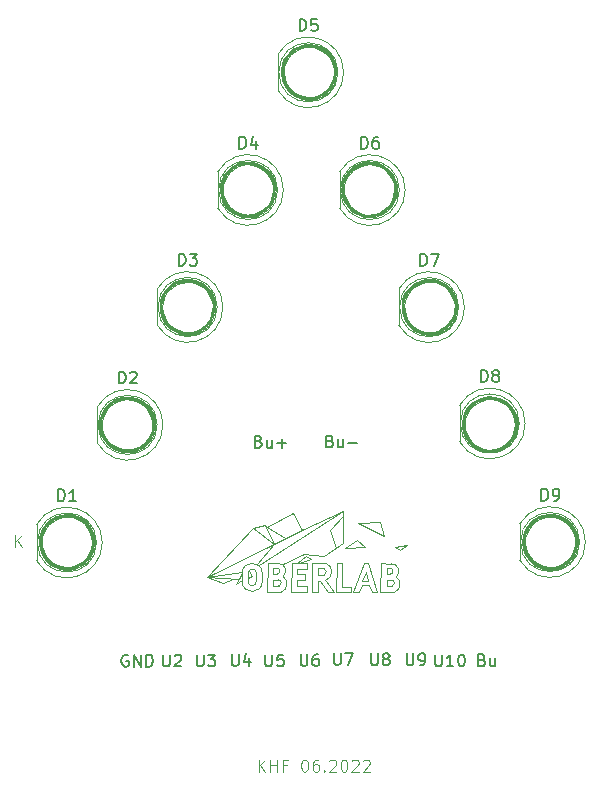
<source format=gbr>
%TF.GenerationSoftware,KiCad,Pcbnew,(5.1.9)-1*%
%TF.CreationDate,2022-06-22T15:09:01+02:00*%
%TF.ProjectId,Wbaum,57626175-6d2e-46b6-9963-61645f706362,rev?*%
%TF.SameCoordinates,Original*%
%TF.FileFunction,Legend,Top*%
%TF.FilePolarity,Positive*%
%FSLAX46Y46*%
G04 Gerber Fmt 4.6, Leading zero omitted, Abs format (unit mm)*
G04 Created by KiCad (PCBNEW (5.1.9)-1) date 2022-06-22 15:09:01*
%MOMM*%
%LPD*%
G01*
G04 APERTURE LIST*
%ADD10C,0.100000*%
%ADD11C,0.120000*%
%ADD12C,0.050000*%
%ADD13C,0.010000*%
%ADD14C,0.150000*%
G04 APERTURE END LIST*
D10*
X141929523Y-127442380D02*
X141929523Y-126442380D01*
X142500952Y-127442380D02*
X142072380Y-126870952D01*
X142500952Y-126442380D02*
X141929523Y-127013809D01*
X142929523Y-127442380D02*
X142929523Y-126442380D01*
X142929523Y-126918571D02*
X143500952Y-126918571D01*
X143500952Y-127442380D02*
X143500952Y-126442380D01*
X144310476Y-126918571D02*
X143977142Y-126918571D01*
X143977142Y-127442380D02*
X143977142Y-126442380D01*
X144453333Y-126442380D01*
X145786666Y-126442380D02*
X145881904Y-126442380D01*
X145977142Y-126490000D01*
X146024761Y-126537619D01*
X146072380Y-126632857D01*
X146120000Y-126823333D01*
X146120000Y-127061428D01*
X146072380Y-127251904D01*
X146024761Y-127347142D01*
X145977142Y-127394761D01*
X145881904Y-127442380D01*
X145786666Y-127442380D01*
X145691428Y-127394761D01*
X145643809Y-127347142D01*
X145596190Y-127251904D01*
X145548571Y-127061428D01*
X145548571Y-126823333D01*
X145596190Y-126632857D01*
X145643809Y-126537619D01*
X145691428Y-126490000D01*
X145786666Y-126442380D01*
X146977142Y-126442380D02*
X146786666Y-126442380D01*
X146691428Y-126490000D01*
X146643809Y-126537619D01*
X146548571Y-126680476D01*
X146500952Y-126870952D01*
X146500952Y-127251904D01*
X146548571Y-127347142D01*
X146596190Y-127394761D01*
X146691428Y-127442380D01*
X146881904Y-127442380D01*
X146977142Y-127394761D01*
X147024761Y-127347142D01*
X147072380Y-127251904D01*
X147072380Y-127013809D01*
X147024761Y-126918571D01*
X146977142Y-126870952D01*
X146881904Y-126823333D01*
X146691428Y-126823333D01*
X146596190Y-126870952D01*
X146548571Y-126918571D01*
X146500952Y-127013809D01*
X147500952Y-127347142D02*
X147548571Y-127394761D01*
X147500952Y-127442380D01*
X147453333Y-127394761D01*
X147500952Y-127347142D01*
X147500952Y-127442380D01*
X147929523Y-126537619D02*
X147977142Y-126490000D01*
X148072380Y-126442380D01*
X148310476Y-126442380D01*
X148405714Y-126490000D01*
X148453333Y-126537619D01*
X148500952Y-126632857D01*
X148500952Y-126728095D01*
X148453333Y-126870952D01*
X147881904Y-127442380D01*
X148500952Y-127442380D01*
X149120000Y-126442380D02*
X149215238Y-126442380D01*
X149310476Y-126490000D01*
X149358095Y-126537619D01*
X149405714Y-126632857D01*
X149453333Y-126823333D01*
X149453333Y-127061428D01*
X149405714Y-127251904D01*
X149358095Y-127347142D01*
X149310476Y-127394761D01*
X149215238Y-127442380D01*
X149120000Y-127442380D01*
X149024761Y-127394761D01*
X148977142Y-127347142D01*
X148929523Y-127251904D01*
X148881904Y-127061428D01*
X148881904Y-126823333D01*
X148929523Y-126632857D01*
X148977142Y-126537619D01*
X149024761Y-126490000D01*
X149120000Y-126442380D01*
X149834285Y-126537619D02*
X149881904Y-126490000D01*
X149977142Y-126442380D01*
X150215238Y-126442380D01*
X150310476Y-126490000D01*
X150358095Y-126537619D01*
X150405714Y-126632857D01*
X150405714Y-126728095D01*
X150358095Y-126870952D01*
X149786666Y-127442380D01*
X150405714Y-127442380D01*
X150786666Y-126537619D02*
X150834285Y-126490000D01*
X150929523Y-126442380D01*
X151167619Y-126442380D01*
X151262857Y-126490000D01*
X151310476Y-126537619D01*
X151358095Y-126632857D01*
X151358095Y-126728095D01*
X151310476Y-126870952D01*
X150739047Y-127442380D01*
X151358095Y-127442380D01*
X121298095Y-108442380D02*
X121298095Y-107442380D01*
X121869523Y-108442380D02*
X121440952Y-107870952D01*
X121869523Y-107442380D02*
X121298095Y-108013809D01*
D11*
%TO.C,G\u002A\u002A\u002A*%
X140540000Y-110650000D02*
G75*
G02*
X142240000Y-110650000I850000J0D01*
G01*
X147598731Y-109794594D02*
G75*
G02*
X147614999Y-111249999I-233731J-730406D01*
G01*
X141740000Y-111350000D02*
G75*
G02*
X141040000Y-111350000I-350000J0D01*
G01*
X153165000Y-109838605D02*
G75*
G02*
X153614999Y-110924999I0J-636395D01*
G01*
X141040000Y-110650000D02*
G75*
G02*
X141740000Y-110650000I350000J0D01*
G01*
X143429366Y-110207464D02*
G75*
G02*
X143490000Y-110700000I60634J-242536D01*
G01*
X144016256Y-110941064D02*
G75*
G02*
X143839999Y-112249999I-426256J-608936D01*
G01*
X153165001Y-111220050D02*
G75*
G02*
X153214999Y-111724999I-1J-254950D01*
G01*
X142240000Y-111350000D02*
G75*
G02*
X140540000Y-111350000I-850000J0D01*
G01*
X147490000Y-110250001D02*
G75*
G02*
X147489999Y-110799999I-125000J-274999D01*
G01*
X143590000Y-109813605D02*
G75*
G02*
X144039999Y-110899999I0J-636395D01*
G01*
X143590001Y-111195050D02*
G75*
G02*
X143639999Y-111699999I-1J-254950D01*
G01*
X153004366Y-110232464D02*
G75*
G02*
X153065000Y-110725000I60634J-242536D01*
G01*
X153591256Y-110966064D02*
G75*
G02*
X153414999Y-112274999I-426256J-608936D01*
G01*
X151940000Y-112275000D02*
X151165000Y-109825000D01*
D12*
X143240000Y-108150000D02*
X141765000Y-109875000D01*
D11*
X149015000Y-111800000D02*
X149765000Y-111800000D01*
X145840000Y-110750000D02*
X145190000Y-110750000D01*
X148540000Y-109800000D02*
X148990000Y-109800000D01*
X140540000Y-111350000D02*
X140540000Y-110650000D01*
X149765000Y-112250000D02*
X148515000Y-112250000D01*
X148515000Y-112250000D02*
X148540000Y-109800000D01*
X143190000Y-110250000D02*
X143190000Y-110700000D01*
X144740000Y-109800000D02*
X144690000Y-112250000D01*
X145190000Y-110750000D02*
X145190000Y-110300000D01*
X144690000Y-112250000D02*
X144790000Y-112250000D01*
X150690000Y-111675000D02*
X151290000Y-111675000D01*
X150440000Y-112275000D02*
X149940000Y-112275000D01*
X148990000Y-109800000D02*
X149015000Y-111800000D01*
X142240000Y-110650000D02*
X142240000Y-111350000D01*
X145840000Y-111200000D02*
X145840000Y-110750000D01*
X151165000Y-109825000D02*
X150840000Y-109825000D01*
X151540000Y-112275000D02*
X151940000Y-112275000D01*
X152765000Y-111725000D02*
X153215000Y-111725000D01*
D12*
X152190000Y-106350000D02*
X150390000Y-106400000D01*
D11*
X146940000Y-112250000D02*
X146940000Y-111300000D01*
D12*
X150965000Y-108450000D02*
X149290000Y-108550000D01*
X145565000Y-107000000D02*
X149040000Y-105375000D01*
X143240000Y-108150000D02*
X137590000Y-111000000D01*
X138915000Y-111475000D02*
X139740000Y-111125000D01*
D11*
X143190000Y-110700000D02*
X143490000Y-110700000D01*
X146040000Y-110300000D02*
X146040000Y-109800000D01*
X143190000Y-110200000D02*
X143440000Y-110200000D01*
D12*
X144815000Y-105575000D02*
X145565000Y-107000000D01*
D11*
X145190000Y-111200000D02*
X145840000Y-111200000D01*
X147090000Y-111300000D02*
X147840000Y-112250000D01*
X150840000Y-109825000D02*
X149940000Y-112275000D01*
X150715000Y-111275000D02*
X151215000Y-111275000D01*
X146490000Y-112250000D02*
X146940000Y-112250000D01*
X146040000Y-109800000D02*
X144740000Y-109800000D01*
X151290000Y-111675000D02*
X151540000Y-112275000D01*
X145190000Y-111750000D02*
X145190000Y-111200000D01*
X148240000Y-112250000D02*
X148340000Y-112250000D01*
D12*
X147940000Y-107000000D02*
X148515000Y-108500000D01*
D11*
X150990000Y-110525000D02*
X150715000Y-111275000D01*
X152265000Y-109825000D02*
X152215000Y-112275000D01*
D12*
X149065000Y-105775000D02*
X147940000Y-107000000D01*
D11*
X145190000Y-110300000D02*
X146040000Y-110300000D01*
X149765000Y-111800000D02*
X149765000Y-112250000D01*
D12*
X152540000Y-107525000D02*
X152190000Y-106350000D01*
D11*
X151215000Y-111275000D02*
X150990000Y-110525000D01*
X152765000Y-110275000D02*
X152765000Y-110725000D01*
D12*
X142515000Y-106575000D02*
X143240000Y-108150000D01*
D11*
X141040000Y-110650000D02*
X141040000Y-111350000D01*
D12*
X141090000Y-110500000D02*
X141415000Y-110900000D01*
D11*
X152765001Y-111220050D02*
X153165001Y-111220050D01*
X153165000Y-109838605D02*
X152265000Y-109825000D01*
X146040000Y-112250000D02*
X146040000Y-111750000D01*
D12*
X141490000Y-106825000D02*
X143240000Y-108150000D01*
D11*
X141740000Y-110650000D02*
X141740000Y-111300000D01*
X143190001Y-111195050D02*
X143590001Y-111195050D01*
X143590000Y-109813605D02*
X142690000Y-109800000D01*
X146990000Y-110800000D02*
X147490000Y-110800000D01*
D12*
X150265000Y-107875000D02*
X150965000Y-108450000D01*
D11*
X146940000Y-111300000D02*
X147090000Y-111300000D01*
X142640000Y-112250000D02*
X143840000Y-112250000D01*
D12*
X153490000Y-108400000D02*
X154490000Y-108250000D01*
X146340000Y-109450000D02*
X145365000Y-109800000D01*
D11*
X144790000Y-112250000D02*
X146040000Y-112250000D01*
X147840000Y-112250000D02*
X148240000Y-112250000D01*
X146040000Y-111750000D02*
X145190000Y-111750000D01*
D12*
X150390000Y-106400000D02*
X152540000Y-107525000D01*
D11*
X152765000Y-111225000D02*
X152765000Y-111725000D01*
D12*
X139990000Y-111525000D02*
X140565000Y-110725000D01*
D11*
X146990000Y-110250000D02*
X146990000Y-110800000D01*
D12*
X141940000Y-109975000D02*
X149040000Y-105375000D01*
X141415000Y-110900000D02*
X141040000Y-111075000D01*
X149040000Y-105375000D02*
X149115000Y-108100000D01*
X149265000Y-108550000D02*
X150265000Y-107875000D01*
X140540000Y-111250000D02*
X139990000Y-111525000D01*
D11*
X152765000Y-110225000D02*
X153015000Y-110225000D01*
X152215000Y-112275000D02*
X153415000Y-112275000D01*
D12*
X145565000Y-107000000D02*
X143240000Y-108150000D01*
D11*
X147598731Y-109794594D02*
X146490000Y-109800000D01*
X152765000Y-110725000D02*
X153065000Y-110725000D01*
X148340000Y-112250000D02*
X147640000Y-111300000D01*
X150440000Y-112275000D02*
X150690000Y-111675000D01*
D12*
X141490000Y-106825000D02*
X142515000Y-106575000D01*
D11*
X142690000Y-109800000D02*
X142640000Y-112250000D01*
D12*
X145940000Y-109175000D02*
X146340000Y-109450000D01*
D11*
X143190000Y-111700000D02*
X143640000Y-111700000D01*
D12*
X137590000Y-111000000D02*
X141490000Y-106825000D01*
X147490000Y-109225000D02*
X145815000Y-109000000D01*
X145165000Y-109775000D02*
X145940000Y-109175000D01*
X140490000Y-110525000D02*
X140265000Y-111150000D01*
X137590000Y-111000000D02*
X138915000Y-111475000D01*
D11*
X146490000Y-109800000D02*
X146490000Y-112250000D01*
X147440000Y-110250000D02*
X146990000Y-110250000D01*
D12*
X137590000Y-111000000D02*
X140490000Y-110525000D01*
X144815000Y-105575000D02*
X142615000Y-106750000D01*
X145815000Y-109000000D02*
X143990000Y-109900000D01*
X140265000Y-111150000D02*
X137590000Y-111000000D01*
X142615000Y-106750000D02*
X144190000Y-107650000D01*
X154490000Y-108250000D02*
X153915000Y-108725000D01*
D11*
X143190000Y-111200000D02*
X143190000Y-111700000D01*
D12*
X153915000Y-108725000D02*
X153490000Y-108400000D01*
X149115000Y-108100000D02*
X147490000Y-109225000D01*
D13*
G36*
X126012239Y-105650268D02*
G01*
X126160333Y-105676067D01*
X126581277Y-105803472D01*
X126955206Y-105993501D01*
X127279544Y-106237672D01*
X127551717Y-106527506D01*
X127769149Y-106854520D01*
X127929265Y-107210234D01*
X128029489Y-107586167D01*
X128067248Y-107973837D01*
X128039965Y-108364764D01*
X127945066Y-108750467D01*
X127779975Y-109122463D01*
X127542117Y-109472273D01*
X127370342Y-109661120D01*
X127034571Y-109948628D01*
X126682813Y-110156128D01*
X126303978Y-110288134D01*
X125886975Y-110349164D01*
X125667389Y-110354548D01*
X125466482Y-110346036D01*
X125269684Y-110326854D01*
X125112961Y-110300751D01*
X125085407Y-110293901D01*
X124676595Y-110140346D01*
X124307213Y-109913678D01*
X124022500Y-109663725D01*
X123741048Y-109321967D01*
X123532719Y-108947723D01*
X123397438Y-108550760D01*
X123335130Y-108140845D01*
X123338558Y-108007144D01*
X123578502Y-108007144D01*
X123619480Y-108421092D01*
X123736532Y-108808957D01*
X123922981Y-109162561D01*
X124172148Y-109473724D01*
X124477356Y-109734270D01*
X124831926Y-109936020D01*
X125229182Y-110070796D01*
X125271333Y-110080347D01*
X125469444Y-110119865D01*
X125622712Y-110138265D01*
X125768012Y-110136578D01*
X125942221Y-110115831D01*
X126033333Y-110101608D01*
X126432550Y-109996309D01*
X126795174Y-109820056D01*
X127114037Y-109581283D01*
X127381976Y-109288425D01*
X127591825Y-108949916D01*
X127736418Y-108574190D01*
X127808590Y-108169680D01*
X127815569Y-108003791D01*
X127783145Y-107595554D01*
X127679758Y-107225309D01*
X127501034Y-106882333D01*
X127242600Y-106555906D01*
X127211338Y-106522859D01*
X126895158Y-106250710D01*
X126546070Y-106051534D01*
X126174220Y-105925399D01*
X125789755Y-105872376D01*
X125402820Y-105892535D01*
X125023563Y-105985945D01*
X124662129Y-106152675D01*
X124328664Y-106392796D01*
X124212433Y-106502246D01*
X123937837Y-106826455D01*
X123743577Y-107166049D01*
X123625501Y-107530881D01*
X123579460Y-107930803D01*
X123578502Y-108007144D01*
X123338558Y-108007144D01*
X123345722Y-107727747D01*
X123429138Y-107321234D01*
X123585306Y-106931072D01*
X123814151Y-106567029D01*
X124048027Y-106302610D01*
X124383211Y-106031204D01*
X124760207Y-105826417D01*
X125166033Y-105692097D01*
X125587704Y-105632097D01*
X126012239Y-105650268D01*
G37*
X126012239Y-105650268D02*
X126160333Y-105676067D01*
X126581277Y-105803472D01*
X126955206Y-105993501D01*
X127279544Y-106237672D01*
X127551717Y-106527506D01*
X127769149Y-106854520D01*
X127929265Y-107210234D01*
X128029489Y-107586167D01*
X128067248Y-107973837D01*
X128039965Y-108364764D01*
X127945066Y-108750467D01*
X127779975Y-109122463D01*
X127542117Y-109472273D01*
X127370342Y-109661120D01*
X127034571Y-109948628D01*
X126682813Y-110156128D01*
X126303978Y-110288134D01*
X125886975Y-110349164D01*
X125667389Y-110354548D01*
X125466482Y-110346036D01*
X125269684Y-110326854D01*
X125112961Y-110300751D01*
X125085407Y-110293901D01*
X124676595Y-110140346D01*
X124307213Y-109913678D01*
X124022500Y-109663725D01*
X123741048Y-109321967D01*
X123532719Y-108947723D01*
X123397438Y-108550760D01*
X123335130Y-108140845D01*
X123338558Y-108007144D01*
X123578502Y-108007144D01*
X123619480Y-108421092D01*
X123736532Y-108808957D01*
X123922981Y-109162561D01*
X124172148Y-109473724D01*
X124477356Y-109734270D01*
X124831926Y-109936020D01*
X125229182Y-110070796D01*
X125271333Y-110080347D01*
X125469444Y-110119865D01*
X125622712Y-110138265D01*
X125768012Y-110136578D01*
X125942221Y-110115831D01*
X126033333Y-110101608D01*
X126432550Y-109996309D01*
X126795174Y-109820056D01*
X127114037Y-109581283D01*
X127381976Y-109288425D01*
X127591825Y-108949916D01*
X127736418Y-108574190D01*
X127808590Y-108169680D01*
X127815569Y-108003791D01*
X127783145Y-107595554D01*
X127679758Y-107225309D01*
X127501034Y-106882333D01*
X127242600Y-106555906D01*
X127211338Y-106522859D01*
X126895158Y-106250710D01*
X126546070Y-106051534D01*
X126174220Y-105925399D01*
X125789755Y-105872376D01*
X125402820Y-105892535D01*
X125023563Y-105985945D01*
X124662129Y-106152675D01*
X124328664Y-106392796D01*
X124212433Y-106502246D01*
X123937837Y-106826455D01*
X123743577Y-107166049D01*
X123625501Y-107530881D01*
X123579460Y-107930803D01*
X123578502Y-108007144D01*
X123338558Y-108007144D01*
X123345722Y-107727747D01*
X123429138Y-107321234D01*
X123585306Y-106931072D01*
X123814151Y-106567029D01*
X124048027Y-106302610D01*
X124383211Y-106031204D01*
X124760207Y-105826417D01*
X125166033Y-105692097D01*
X125587704Y-105632097D01*
X126012239Y-105650268D01*
G36*
X166854900Y-105644153D02*
G01*
X167260936Y-105723931D01*
X167651625Y-105875718D01*
X168017017Y-106099497D01*
X168286379Y-106332287D01*
X168575007Y-106675701D01*
X168785207Y-107050761D01*
X168917505Y-107458755D01*
X168972431Y-107900969D01*
X168974171Y-108008833D01*
X168933808Y-108458752D01*
X168817754Y-108877235D01*
X168629286Y-109258061D01*
X168371680Y-109595009D01*
X168048214Y-109881858D01*
X167952719Y-109948130D01*
X167676457Y-110114519D01*
X167422718Y-110228116D01*
X167161439Y-110298354D01*
X166862558Y-110334664D01*
X166694500Y-110342889D01*
X166399055Y-110344637D01*
X166169700Y-110327658D01*
X166001238Y-110294082D01*
X165586357Y-110136361D01*
X165216452Y-109912446D01*
X164897718Y-109630419D01*
X164636348Y-109298365D01*
X164438538Y-108924368D01*
X164310481Y-108516510D01*
X164263398Y-108124696D01*
X164488403Y-108124696D01*
X164550372Y-108514986D01*
X164685225Y-108886353D01*
X164887094Y-109227912D01*
X165150112Y-109528780D01*
X165468413Y-109778071D01*
X165673388Y-109893437D01*
X166072917Y-110050029D01*
X166466954Y-110123172D01*
X166861395Y-110113314D01*
X167262138Y-110020902D01*
X167278729Y-110015378D01*
X167651308Y-109847768D01*
X167979597Y-109616228D01*
X168257238Y-109330915D01*
X168477875Y-109001990D01*
X168635150Y-108639609D01*
X168722704Y-108253931D01*
X168734180Y-107855116D01*
X168719012Y-107714068D01*
X168622125Y-107316726D01*
X168456464Y-106954978D01*
X168230983Y-106634913D01*
X167954635Y-106362618D01*
X167636375Y-106144183D01*
X167285158Y-105985694D01*
X166909938Y-105893241D01*
X166519668Y-105872910D01*
X166123305Y-105930791D01*
X166103592Y-105935820D01*
X165706504Y-106081212D01*
X165352744Y-106295181D01*
X165049401Y-106569786D01*
X164803565Y-106897084D01*
X164622326Y-107269133D01*
X164512774Y-107677990D01*
X164505186Y-107726366D01*
X164488403Y-108124696D01*
X164263398Y-108124696D01*
X164258372Y-108082877D01*
X164257488Y-108018448D01*
X164289373Y-107574673D01*
X164388274Y-107176872D01*
X164558699Y-106813912D01*
X164805156Y-106474658D01*
X164942753Y-106326070D01*
X165276280Y-106045518D01*
X165644207Y-105837069D01*
X166036586Y-105700704D01*
X166443467Y-105636405D01*
X166854900Y-105644153D01*
G37*
X166854900Y-105644153D02*
X167260936Y-105723931D01*
X167651625Y-105875718D01*
X168017017Y-106099497D01*
X168286379Y-106332287D01*
X168575007Y-106675701D01*
X168785207Y-107050761D01*
X168917505Y-107458755D01*
X168972431Y-107900969D01*
X168974171Y-108008833D01*
X168933808Y-108458752D01*
X168817754Y-108877235D01*
X168629286Y-109258061D01*
X168371680Y-109595009D01*
X168048214Y-109881858D01*
X167952719Y-109948130D01*
X167676457Y-110114519D01*
X167422718Y-110228116D01*
X167161439Y-110298354D01*
X166862558Y-110334664D01*
X166694500Y-110342889D01*
X166399055Y-110344637D01*
X166169700Y-110327658D01*
X166001238Y-110294082D01*
X165586357Y-110136361D01*
X165216452Y-109912446D01*
X164897718Y-109630419D01*
X164636348Y-109298365D01*
X164438538Y-108924368D01*
X164310481Y-108516510D01*
X164263398Y-108124696D01*
X164488403Y-108124696D01*
X164550372Y-108514986D01*
X164685225Y-108886353D01*
X164887094Y-109227912D01*
X165150112Y-109528780D01*
X165468413Y-109778071D01*
X165673388Y-109893437D01*
X166072917Y-110050029D01*
X166466954Y-110123172D01*
X166861395Y-110113314D01*
X167262138Y-110020902D01*
X167278729Y-110015378D01*
X167651308Y-109847768D01*
X167979597Y-109616228D01*
X168257238Y-109330915D01*
X168477875Y-109001990D01*
X168635150Y-108639609D01*
X168722704Y-108253931D01*
X168734180Y-107855116D01*
X168719012Y-107714068D01*
X168622125Y-107316726D01*
X168456464Y-106954978D01*
X168230983Y-106634913D01*
X167954635Y-106362618D01*
X167636375Y-106144183D01*
X167285158Y-105985694D01*
X166909938Y-105893241D01*
X166519668Y-105872910D01*
X166123305Y-105930791D01*
X166103592Y-105935820D01*
X165706504Y-106081212D01*
X165352744Y-106295181D01*
X165049401Y-106569786D01*
X164803565Y-106897084D01*
X164622326Y-107269133D01*
X164512774Y-107677990D01*
X164505186Y-107726366D01*
X164488403Y-108124696D01*
X164263398Y-108124696D01*
X164258372Y-108082877D01*
X164257488Y-108018448D01*
X164289373Y-107574673D01*
X164388274Y-107176872D01*
X164558699Y-106813912D01*
X164805156Y-106474658D01*
X164942753Y-106326070D01*
X165276280Y-106045518D01*
X165644207Y-105837069D01*
X166036586Y-105700704D01*
X166443467Y-105636405D01*
X166854900Y-105644153D01*
G36*
X131137662Y-95704449D02*
G01*
X131501519Y-95781327D01*
X131536666Y-95792986D01*
X131945581Y-95976209D01*
X132308254Y-96224488D01*
X132617428Y-96529736D01*
X132865846Y-96883867D01*
X133046249Y-97278797D01*
X133125680Y-97563264D01*
X133177411Y-97988265D01*
X133149077Y-98406344D01*
X133039532Y-98825759D01*
X132906409Y-99140000D01*
X132699783Y-99472546D01*
X132427872Y-99772763D01*
X132106946Y-100027992D01*
X131753272Y-100225576D01*
X131383118Y-100352858D01*
X131333499Y-100363815D01*
X131101067Y-100394902D01*
X130829471Y-100405598D01*
X130552723Y-100396515D01*
X130304837Y-100368263D01*
X130187238Y-100343214D01*
X129831156Y-100209368D01*
X129487043Y-100009032D01*
X129173006Y-99756735D01*
X128907152Y-99467003D01*
X128708989Y-99157148D01*
X128544978Y-98744999D01*
X128458949Y-98322899D01*
X128456598Y-98230908D01*
X128683981Y-98230908D01*
X128697813Y-98342954D01*
X128797423Y-98736881D01*
X128965776Y-99098486D01*
X129193837Y-99420338D01*
X129472573Y-99695009D01*
X129792949Y-99915070D01*
X130145929Y-100073091D01*
X130522479Y-100161643D01*
X130913565Y-100173297D01*
X130922833Y-100172588D01*
X131114331Y-100148621D01*
X131317264Y-100110096D01*
X131409666Y-100087089D01*
X131775979Y-99941449D01*
X132109283Y-99724767D01*
X132399554Y-99447486D01*
X132636767Y-99120051D01*
X132810899Y-98752905D01*
X132868846Y-98566741D01*
X132930993Y-98170563D01*
X132915020Y-97781437D01*
X132827467Y-97407703D01*
X132674870Y-97057699D01*
X132463767Y-96739764D01*
X132200695Y-96462237D01*
X131892194Y-96233456D01*
X131544800Y-96061760D01*
X131165050Y-95955488D01*
X130795833Y-95922667D01*
X130397417Y-95962450D01*
X130022821Y-96076156D01*
X129679383Y-96255321D01*
X129374441Y-96491479D01*
X129115332Y-96776167D01*
X128909394Y-97100918D01*
X128763964Y-97457269D01*
X128686381Y-97836754D01*
X128683981Y-98230908D01*
X128456598Y-98230908D01*
X128448151Y-97900481D01*
X128509829Y-97487376D01*
X128641233Y-97093219D01*
X128839610Y-96727641D01*
X129102208Y-96400276D01*
X129426274Y-96120755D01*
X129610500Y-96001946D01*
X129958908Y-95841609D01*
X130344286Y-95736984D01*
X130744561Y-95690466D01*
X131137662Y-95704449D01*
G37*
X131137662Y-95704449D02*
X131501519Y-95781327D01*
X131536666Y-95792986D01*
X131945581Y-95976209D01*
X132308254Y-96224488D01*
X132617428Y-96529736D01*
X132865846Y-96883867D01*
X133046249Y-97278797D01*
X133125680Y-97563264D01*
X133177411Y-97988265D01*
X133149077Y-98406344D01*
X133039532Y-98825759D01*
X132906409Y-99140000D01*
X132699783Y-99472546D01*
X132427872Y-99772763D01*
X132106946Y-100027992D01*
X131753272Y-100225576D01*
X131383118Y-100352858D01*
X131333499Y-100363815D01*
X131101067Y-100394902D01*
X130829471Y-100405598D01*
X130552723Y-100396515D01*
X130304837Y-100368263D01*
X130187238Y-100343214D01*
X129831156Y-100209368D01*
X129487043Y-100009032D01*
X129173006Y-99756735D01*
X128907152Y-99467003D01*
X128708989Y-99157148D01*
X128544978Y-98744999D01*
X128458949Y-98322899D01*
X128456598Y-98230908D01*
X128683981Y-98230908D01*
X128697813Y-98342954D01*
X128797423Y-98736881D01*
X128965776Y-99098486D01*
X129193837Y-99420338D01*
X129472573Y-99695009D01*
X129792949Y-99915070D01*
X130145929Y-100073091D01*
X130522479Y-100161643D01*
X130913565Y-100173297D01*
X130922833Y-100172588D01*
X131114331Y-100148621D01*
X131317264Y-100110096D01*
X131409666Y-100087089D01*
X131775979Y-99941449D01*
X132109283Y-99724767D01*
X132399554Y-99447486D01*
X132636767Y-99120051D01*
X132810899Y-98752905D01*
X132868846Y-98566741D01*
X132930993Y-98170563D01*
X132915020Y-97781437D01*
X132827467Y-97407703D01*
X132674870Y-97057699D01*
X132463767Y-96739764D01*
X132200695Y-96462237D01*
X131892194Y-96233456D01*
X131544800Y-96061760D01*
X131165050Y-95955488D01*
X130795833Y-95922667D01*
X130397417Y-95962450D01*
X130022821Y-96076156D01*
X129679383Y-96255321D01*
X129374441Y-96491479D01*
X129115332Y-96776167D01*
X128909394Y-97100918D01*
X128763964Y-97457269D01*
X128686381Y-97836754D01*
X128683981Y-98230908D01*
X128456598Y-98230908D01*
X128448151Y-97900481D01*
X128509829Y-97487376D01*
X128641233Y-97093219D01*
X128839610Y-96727641D01*
X129102208Y-96400276D01*
X129426274Y-96120755D01*
X129610500Y-96001946D01*
X129958908Y-95841609D01*
X130344286Y-95736984D01*
X130744561Y-95690466D01*
X131137662Y-95704449D01*
G36*
X161892555Y-95713152D02*
G01*
X162306165Y-95822422D01*
X162696582Y-96004247D01*
X163051994Y-96254884D01*
X163226499Y-96418867D01*
X163492962Y-96755090D01*
X163691399Y-97133533D01*
X163818624Y-97541969D01*
X163871451Y-97968175D01*
X163846694Y-98399924D01*
X163801461Y-98625107D01*
X163683198Y-98987590D01*
X163518007Y-99303508D01*
X163291178Y-99598378D01*
X163162267Y-99733797D01*
X162823317Y-100019056D01*
X162458119Y-100224611D01*
X162061525Y-100352547D01*
X161628390Y-100404950D01*
X161502556Y-100406400D01*
X161302124Y-100397815D01*
X161101910Y-100378517D01*
X160941790Y-100352476D01*
X160927521Y-100349173D01*
X160529114Y-100209366D01*
X160155932Y-99990298D01*
X159832990Y-99715009D01*
X159552162Y-99379885D01*
X159345692Y-99017906D01*
X159211001Y-98637566D01*
X159145514Y-98247359D01*
X159146048Y-98063724D01*
X159392000Y-98063724D01*
X159431592Y-98480324D01*
X159546007Y-98866937D01*
X159728696Y-99216980D01*
X159973114Y-99523870D01*
X160272714Y-99781023D01*
X160620950Y-99981857D01*
X161011275Y-100119787D01*
X161437144Y-100188231D01*
X161508666Y-100192317D01*
X161603052Y-100185989D01*
X161748266Y-100165025D01*
X161910833Y-100134371D01*
X162324677Y-100006745D01*
X162693056Y-99807799D01*
X163007685Y-99546352D01*
X163274854Y-99220912D01*
X163468354Y-98860724D01*
X163586786Y-98475148D01*
X163628749Y-98073547D01*
X163592843Y-97665282D01*
X163477668Y-97259716D01*
X163381834Y-97044759D01*
X163247472Y-96836629D01*
X163058049Y-96618377D01*
X162836773Y-96412161D01*
X162606855Y-96240138D01*
X162440000Y-96145611D01*
X162026155Y-95993028D01*
X161616081Y-95924434D01*
X161214050Y-95939153D01*
X160824333Y-96036508D01*
X160451203Y-96215823D01*
X160098932Y-96476422D01*
X160045886Y-96524593D01*
X159769676Y-96837069D01*
X159568109Y-97188987D01*
X159442147Y-97578086D01*
X159392750Y-98002104D01*
X159392000Y-98063724D01*
X159146048Y-98063724D01*
X159146653Y-97855778D01*
X159211840Y-97471316D01*
X159338499Y-97102468D01*
X159524052Y-96757727D01*
X159765922Y-96445587D01*
X160061532Y-96174541D01*
X160408304Y-95953083D01*
X160803662Y-95789706D01*
X161043000Y-95727237D01*
X161467563Y-95680177D01*
X161892555Y-95713152D01*
G37*
X161892555Y-95713152D02*
X162306165Y-95822422D01*
X162696582Y-96004247D01*
X163051994Y-96254884D01*
X163226499Y-96418867D01*
X163492962Y-96755090D01*
X163691399Y-97133533D01*
X163818624Y-97541969D01*
X163871451Y-97968175D01*
X163846694Y-98399924D01*
X163801461Y-98625107D01*
X163683198Y-98987590D01*
X163518007Y-99303508D01*
X163291178Y-99598378D01*
X163162267Y-99733797D01*
X162823317Y-100019056D01*
X162458119Y-100224611D01*
X162061525Y-100352547D01*
X161628390Y-100404950D01*
X161502556Y-100406400D01*
X161302124Y-100397815D01*
X161101910Y-100378517D01*
X160941790Y-100352476D01*
X160927521Y-100349173D01*
X160529114Y-100209366D01*
X160155932Y-99990298D01*
X159832990Y-99715009D01*
X159552162Y-99379885D01*
X159345692Y-99017906D01*
X159211001Y-98637566D01*
X159145514Y-98247359D01*
X159146048Y-98063724D01*
X159392000Y-98063724D01*
X159431592Y-98480324D01*
X159546007Y-98866937D01*
X159728696Y-99216980D01*
X159973114Y-99523870D01*
X160272714Y-99781023D01*
X160620950Y-99981857D01*
X161011275Y-100119787D01*
X161437144Y-100188231D01*
X161508666Y-100192317D01*
X161603052Y-100185989D01*
X161748266Y-100165025D01*
X161910833Y-100134371D01*
X162324677Y-100006745D01*
X162693056Y-99807799D01*
X163007685Y-99546352D01*
X163274854Y-99220912D01*
X163468354Y-98860724D01*
X163586786Y-98475148D01*
X163628749Y-98073547D01*
X163592843Y-97665282D01*
X163477668Y-97259716D01*
X163381834Y-97044759D01*
X163247472Y-96836629D01*
X163058049Y-96618377D01*
X162836773Y-96412161D01*
X162606855Y-96240138D01*
X162440000Y-96145611D01*
X162026155Y-95993028D01*
X161616081Y-95924434D01*
X161214050Y-95939153D01*
X160824333Y-96036508D01*
X160451203Y-96215823D01*
X160098932Y-96476422D01*
X160045886Y-96524593D01*
X159769676Y-96837069D01*
X159568109Y-97188987D01*
X159442147Y-97578086D01*
X159392750Y-98002104D01*
X159392000Y-98063724D01*
X159146048Y-98063724D01*
X159146653Y-97855778D01*
X159211840Y-97471316D01*
X159338499Y-97102468D01*
X159524052Y-96757727D01*
X159765922Y-96445587D01*
X160061532Y-96174541D01*
X160408304Y-95953083D01*
X160803662Y-95789706D01*
X161043000Y-95727237D01*
X161467563Y-95680177D01*
X161892555Y-95713152D01*
G36*
X136152325Y-85744191D02*
G01*
X136557798Y-85826504D01*
X136949261Y-85979394D01*
X137310725Y-86196780D01*
X137595325Y-86440670D01*
X137873703Y-86772495D01*
X138075465Y-87129877D01*
X138203960Y-87521220D01*
X138262540Y-87954928D01*
X138267164Y-88125869D01*
X138228907Y-88570617D01*
X138112565Y-88983165D01*
X137917545Y-89364909D01*
X137643252Y-89717247D01*
X137548670Y-89814245D01*
X137221986Y-90076329D01*
X136850855Y-90273651D01*
X136448721Y-90403233D01*
X136029026Y-90462096D01*
X135605214Y-90447263D01*
X135190728Y-90355755D01*
X135156166Y-90344281D01*
X134738822Y-90160237D01*
X134377341Y-89915018D01*
X134075926Y-89614532D01*
X133838781Y-89264685D01*
X133670112Y-88871383D01*
X133574122Y-88440533D01*
X133552365Y-88091000D01*
X133553153Y-88082551D01*
X133786753Y-88082551D01*
X133823540Y-88491925D01*
X133844156Y-88589227D01*
X133979307Y-88985379D01*
X134184485Y-89339540D01*
X134452746Y-89644987D01*
X134777147Y-89895000D01*
X135150743Y-90082857D01*
X135494833Y-90187116D01*
X135683877Y-90225160D01*
X135833629Y-90242235D01*
X135980718Y-90239264D01*
X136161774Y-90217169D01*
X136235666Y-90205767D01*
X136628400Y-90103596D01*
X136984475Y-89932892D01*
X137298250Y-89702900D01*
X137564085Y-89422865D01*
X137776338Y-89102030D01*
X137929369Y-88749639D01*
X138017536Y-88374936D01*
X138035198Y-87987166D01*
X137976715Y-87595572D01*
X137928122Y-87432284D01*
X137758046Y-87058190D01*
X137526476Y-86730398D01*
X137243274Y-86454390D01*
X136918299Y-86235646D01*
X136561411Y-86079649D01*
X136182470Y-85991877D01*
X135791336Y-85977813D01*
X135418768Y-86037371D01*
X135020321Y-86181435D01*
X134668130Y-86389200D01*
X134367502Y-86652068D01*
X134123743Y-86961437D01*
X133942161Y-87308707D01*
X133828062Y-87685279D01*
X133786753Y-88082551D01*
X133553153Y-88082551D01*
X133593587Y-87649080D01*
X133710148Y-87236330D01*
X133895747Y-86859501D01*
X134144078Y-86525346D01*
X134448837Y-86240616D01*
X134803720Y-86012063D01*
X135202422Y-85846439D01*
X135638641Y-85750497D01*
X135748833Y-85738535D01*
X136152325Y-85744191D01*
G37*
X136152325Y-85744191D02*
X136557798Y-85826504D01*
X136949261Y-85979394D01*
X137310725Y-86196780D01*
X137595325Y-86440670D01*
X137873703Y-86772495D01*
X138075465Y-87129877D01*
X138203960Y-87521220D01*
X138262540Y-87954928D01*
X138267164Y-88125869D01*
X138228907Y-88570617D01*
X138112565Y-88983165D01*
X137917545Y-89364909D01*
X137643252Y-89717247D01*
X137548670Y-89814245D01*
X137221986Y-90076329D01*
X136850855Y-90273651D01*
X136448721Y-90403233D01*
X136029026Y-90462096D01*
X135605214Y-90447263D01*
X135190728Y-90355755D01*
X135156166Y-90344281D01*
X134738822Y-90160237D01*
X134377341Y-89915018D01*
X134075926Y-89614532D01*
X133838781Y-89264685D01*
X133670112Y-88871383D01*
X133574122Y-88440533D01*
X133552365Y-88091000D01*
X133553153Y-88082551D01*
X133786753Y-88082551D01*
X133823540Y-88491925D01*
X133844156Y-88589227D01*
X133979307Y-88985379D01*
X134184485Y-89339540D01*
X134452746Y-89644987D01*
X134777147Y-89895000D01*
X135150743Y-90082857D01*
X135494833Y-90187116D01*
X135683877Y-90225160D01*
X135833629Y-90242235D01*
X135980718Y-90239264D01*
X136161774Y-90217169D01*
X136235666Y-90205767D01*
X136628400Y-90103596D01*
X136984475Y-89932892D01*
X137298250Y-89702900D01*
X137564085Y-89422865D01*
X137776338Y-89102030D01*
X137929369Y-88749639D01*
X138017536Y-88374936D01*
X138035198Y-87987166D01*
X137976715Y-87595572D01*
X137928122Y-87432284D01*
X137758046Y-87058190D01*
X137526476Y-86730398D01*
X137243274Y-86454390D01*
X136918299Y-86235646D01*
X136561411Y-86079649D01*
X136182470Y-85991877D01*
X135791336Y-85977813D01*
X135418768Y-86037371D01*
X135020321Y-86181435D01*
X134668130Y-86389200D01*
X134367502Y-86652068D01*
X134123743Y-86961437D01*
X133942161Y-87308707D01*
X133828062Y-87685279D01*
X133786753Y-88082551D01*
X133553153Y-88082551D01*
X133593587Y-87649080D01*
X133710148Y-87236330D01*
X133895747Y-86859501D01*
X134144078Y-86525346D01*
X134448837Y-86240616D01*
X134803720Y-86012063D01*
X135202422Y-85846439D01*
X135638641Y-85750497D01*
X135748833Y-85738535D01*
X136152325Y-85744191D01*
G36*
X156757528Y-85764869D02*
G01*
X156976704Y-85798956D01*
X157063666Y-85822495D01*
X157484347Y-86002454D01*
X157857161Y-86243041D01*
X158175072Y-86537069D01*
X158431042Y-86877352D01*
X158618035Y-87256702D01*
X158689935Y-87483277D01*
X158735639Y-87746041D01*
X158754014Y-88049567D01*
X158744988Y-88357220D01*
X158708491Y-88632366D01*
X158692298Y-88702619D01*
X158545289Y-89103810D01*
X158326819Y-89471692D01*
X158046789Y-89796361D01*
X157715107Y-90067911D01*
X157341675Y-90276438D01*
X156997952Y-90396965D01*
X156759486Y-90438202D01*
X156475508Y-90455798D01*
X156181785Y-90449815D01*
X155914087Y-90420318D01*
X155793666Y-90394825D01*
X155384078Y-90244503D01*
X155013167Y-90023056D01*
X154688811Y-89738228D01*
X154418887Y-89397759D01*
X154211275Y-89009393D01*
X154117071Y-88747167D01*
X154070423Y-88520193D01*
X154046015Y-88248692D01*
X154044299Y-88004102D01*
X154272258Y-88004102D01*
X154290185Y-88391196D01*
X154380338Y-88764843D01*
X154536570Y-89115834D01*
X154752734Y-89434961D01*
X155022682Y-89713015D01*
X155340266Y-89940788D01*
X155699340Y-90109073D01*
X156062343Y-90203655D01*
X156237963Y-90230761D01*
X156369854Y-90241992D01*
X156495853Y-90237519D01*
X156653800Y-90217514D01*
X156725000Y-90206662D01*
X157114018Y-90104907D01*
X157473609Y-89930003D01*
X157794993Y-89690911D01*
X158069386Y-89396593D01*
X158288009Y-89056012D01*
X158442077Y-88678128D01*
X158508288Y-88386803D01*
X158525906Y-88005397D01*
X158467147Y-87618758D01*
X158337512Y-87243214D01*
X158142500Y-86895093D01*
X157911248Y-86614263D01*
X157593885Y-86347320D01*
X157249603Y-86154556D01*
X156887374Y-86033469D01*
X156516168Y-85981555D01*
X156144959Y-85996311D01*
X155782717Y-86075234D01*
X155438414Y-86215820D01*
X155121022Y-86415566D01*
X154839512Y-86671969D01*
X154602856Y-86982524D01*
X154420026Y-87344730D01*
X154332704Y-87612768D01*
X154272258Y-88004102D01*
X154044299Y-88004102D01*
X154044016Y-87963856D01*
X154064596Y-87696880D01*
X154107923Y-87478957D01*
X154110146Y-87471653D01*
X154282871Y-87049902D01*
X154522593Y-86672228D01*
X154821741Y-86346138D01*
X155172744Y-86079136D01*
X155568032Y-85878729D01*
X155794786Y-85801541D01*
X155988920Y-85765438D01*
X156233908Y-85747620D01*
X156500020Y-85747594D01*
X156757528Y-85764869D01*
G37*
X156757528Y-85764869D02*
X156976704Y-85798956D01*
X157063666Y-85822495D01*
X157484347Y-86002454D01*
X157857161Y-86243041D01*
X158175072Y-86537069D01*
X158431042Y-86877352D01*
X158618035Y-87256702D01*
X158689935Y-87483277D01*
X158735639Y-87746041D01*
X158754014Y-88049567D01*
X158744988Y-88357220D01*
X158708491Y-88632366D01*
X158692298Y-88702619D01*
X158545289Y-89103810D01*
X158326819Y-89471692D01*
X158046789Y-89796361D01*
X157715107Y-90067911D01*
X157341675Y-90276438D01*
X156997952Y-90396965D01*
X156759486Y-90438202D01*
X156475508Y-90455798D01*
X156181785Y-90449815D01*
X155914087Y-90420318D01*
X155793666Y-90394825D01*
X155384078Y-90244503D01*
X155013167Y-90023056D01*
X154688811Y-89738228D01*
X154418887Y-89397759D01*
X154211275Y-89009393D01*
X154117071Y-88747167D01*
X154070423Y-88520193D01*
X154046015Y-88248692D01*
X154044299Y-88004102D01*
X154272258Y-88004102D01*
X154290185Y-88391196D01*
X154380338Y-88764843D01*
X154536570Y-89115834D01*
X154752734Y-89434961D01*
X155022682Y-89713015D01*
X155340266Y-89940788D01*
X155699340Y-90109073D01*
X156062343Y-90203655D01*
X156237963Y-90230761D01*
X156369854Y-90241992D01*
X156495853Y-90237519D01*
X156653800Y-90217514D01*
X156725000Y-90206662D01*
X157114018Y-90104907D01*
X157473609Y-89930003D01*
X157794993Y-89690911D01*
X158069386Y-89396593D01*
X158288009Y-89056012D01*
X158442077Y-88678128D01*
X158508288Y-88386803D01*
X158525906Y-88005397D01*
X158467147Y-87618758D01*
X158337512Y-87243214D01*
X158142500Y-86895093D01*
X157911248Y-86614263D01*
X157593885Y-86347320D01*
X157249603Y-86154556D01*
X156887374Y-86033469D01*
X156516168Y-85981555D01*
X156144959Y-85996311D01*
X155782717Y-86075234D01*
X155438414Y-86215820D01*
X155121022Y-86415566D01*
X154839512Y-86671969D01*
X154602856Y-86982524D01*
X154420026Y-87344730D01*
X154332704Y-87612768D01*
X154272258Y-88004102D01*
X154044299Y-88004102D01*
X154044016Y-87963856D01*
X154064596Y-87696880D01*
X154107923Y-87478957D01*
X154110146Y-87471653D01*
X154282871Y-87049902D01*
X154522593Y-86672228D01*
X154821741Y-86346138D01*
X155172744Y-86079136D01*
X155568032Y-85878729D01*
X155794786Y-85801541D01*
X155988920Y-85765438D01*
X156233908Y-85747620D01*
X156500020Y-85747594D01*
X156757528Y-85764869D01*
G36*
X141370491Y-75817886D02*
G01*
X141690341Y-75883166D01*
X141731700Y-75895912D01*
X142136216Y-76068778D01*
X142493172Y-76305059D01*
X142797494Y-76595855D01*
X143044111Y-76932266D01*
X143227950Y-77305389D01*
X143343939Y-77706324D01*
X143387004Y-78126170D01*
X143352074Y-78556026D01*
X143324419Y-78690761D01*
X143184129Y-79107112D01*
X142972445Y-79485929D01*
X142697424Y-79818943D01*
X142367119Y-80097882D01*
X141989588Y-80314476D01*
X141610080Y-80450877D01*
X141378773Y-80491140D01*
X141100079Y-80507717D01*
X140807764Y-80501058D01*
X140535595Y-80471611D01*
X140363166Y-80434314D01*
X139956685Y-80276378D01*
X139598284Y-80055197D01*
X139291699Y-79779649D01*
X139040665Y-79458614D01*
X138848918Y-79100971D01*
X138720194Y-78715599D01*
X138658229Y-78311378D01*
X138661200Y-78167058D01*
X138902666Y-78167058D01*
X138942509Y-78588836D01*
X139059309Y-78982109D01*
X139248975Y-79339259D01*
X139507418Y-79652669D01*
X139830547Y-79914723D01*
X139847104Y-79925549D01*
X140077611Y-80052406D01*
X140343947Y-80164428D01*
X140607074Y-80246434D01*
X140744166Y-80274461D01*
X140943837Y-80285133D01*
X141187957Y-80269528D01*
X141441852Y-80231497D01*
X141670847Y-80174891D01*
X141686770Y-80169768D01*
X141868705Y-80096550D01*
X142067753Y-79996301D01*
X142204655Y-79913950D01*
X142523343Y-79653883D01*
X142776471Y-79349468D01*
X142963397Y-79010707D01*
X143083481Y-78647603D01*
X143136080Y-78270158D01*
X143120554Y-77888374D01*
X143036262Y-77512254D01*
X142882561Y-77151801D01*
X142658811Y-76817015D01*
X142419326Y-76565702D01*
X142086106Y-76319932D01*
X141723964Y-76148910D01*
X141343126Y-76052309D01*
X140953818Y-76029804D01*
X140566268Y-76081070D01*
X140190702Y-76205781D01*
X139837347Y-76403613D01*
X139533028Y-76657505D01*
X139260067Y-76977188D01*
X139067047Y-77315763D01*
X138949685Y-77683488D01*
X138903696Y-78090624D01*
X138902666Y-78167058D01*
X138661200Y-78167058D01*
X138666757Y-77897188D01*
X138749516Y-77481906D01*
X138910241Y-77074414D01*
X138931866Y-77032298D01*
X139158104Y-76688924D01*
X139449903Y-76384378D01*
X139792549Y-76130579D01*
X140171327Y-75939445D01*
X140363166Y-75873011D01*
X140672279Y-75812229D01*
X141019596Y-75794047D01*
X141370491Y-75817886D01*
G37*
X141370491Y-75817886D02*
X141690341Y-75883166D01*
X141731700Y-75895912D01*
X142136216Y-76068778D01*
X142493172Y-76305059D01*
X142797494Y-76595855D01*
X143044111Y-76932266D01*
X143227950Y-77305389D01*
X143343939Y-77706324D01*
X143387004Y-78126170D01*
X143352074Y-78556026D01*
X143324419Y-78690761D01*
X143184129Y-79107112D01*
X142972445Y-79485929D01*
X142697424Y-79818943D01*
X142367119Y-80097882D01*
X141989588Y-80314476D01*
X141610080Y-80450877D01*
X141378773Y-80491140D01*
X141100079Y-80507717D01*
X140807764Y-80501058D01*
X140535595Y-80471611D01*
X140363166Y-80434314D01*
X139956685Y-80276378D01*
X139598284Y-80055197D01*
X139291699Y-79779649D01*
X139040665Y-79458614D01*
X138848918Y-79100971D01*
X138720194Y-78715599D01*
X138658229Y-78311378D01*
X138661200Y-78167058D01*
X138902666Y-78167058D01*
X138942509Y-78588836D01*
X139059309Y-78982109D01*
X139248975Y-79339259D01*
X139507418Y-79652669D01*
X139830547Y-79914723D01*
X139847104Y-79925549D01*
X140077611Y-80052406D01*
X140343947Y-80164428D01*
X140607074Y-80246434D01*
X140744166Y-80274461D01*
X140943837Y-80285133D01*
X141187957Y-80269528D01*
X141441852Y-80231497D01*
X141670847Y-80174891D01*
X141686770Y-80169768D01*
X141868705Y-80096550D01*
X142067753Y-79996301D01*
X142204655Y-79913950D01*
X142523343Y-79653883D01*
X142776471Y-79349468D01*
X142963397Y-79010707D01*
X143083481Y-78647603D01*
X143136080Y-78270158D01*
X143120554Y-77888374D01*
X143036262Y-77512254D01*
X142882561Y-77151801D01*
X142658811Y-76817015D01*
X142419326Y-76565702D01*
X142086106Y-76319932D01*
X141723964Y-76148910D01*
X141343126Y-76052309D01*
X140953818Y-76029804D01*
X140566268Y-76081070D01*
X140190702Y-76205781D01*
X139837347Y-76403613D01*
X139533028Y-76657505D01*
X139260067Y-76977188D01*
X139067047Y-77315763D01*
X138949685Y-77683488D01*
X138903696Y-78090624D01*
X138902666Y-78167058D01*
X138661200Y-78167058D01*
X138666757Y-77897188D01*
X138749516Y-77481906D01*
X138910241Y-77074414D01*
X138931866Y-77032298D01*
X139158104Y-76688924D01*
X139449903Y-76384378D01*
X139792549Y-76130579D01*
X140171327Y-75939445D01*
X140363166Y-75873011D01*
X140672279Y-75812229D01*
X141019596Y-75794047D01*
X141370491Y-75817886D01*
G36*
X151474078Y-75791903D02*
G01*
X151910418Y-75864574D01*
X152301764Y-76005299D01*
X152659989Y-76219407D01*
X152927603Y-76444156D01*
X153216154Y-76770743D01*
X153430571Y-77123419D01*
X153574035Y-77494271D01*
X153649727Y-77875383D01*
X153660827Y-78258841D01*
X153610516Y-78636730D01*
X153501975Y-79001135D01*
X153338384Y-79344140D01*
X153122924Y-79657832D01*
X152858776Y-79934295D01*
X152549121Y-80165615D01*
X152197138Y-80343877D01*
X151806009Y-80461165D01*
X151378915Y-80509565D01*
X151293564Y-80510317D01*
X151033947Y-80497589D01*
X150793162Y-80466339D01*
X150650166Y-80434186D01*
X150236132Y-80273471D01*
X149868465Y-80047156D01*
X149553172Y-79763142D01*
X149296258Y-79429332D01*
X149103730Y-79053630D01*
X148981593Y-78643937D01*
X148939529Y-78243183D01*
X149166768Y-78243183D01*
X149189446Y-78464998D01*
X149292692Y-78862467D01*
X149467935Y-79226774D01*
X149706449Y-79550294D01*
X149999508Y-79825404D01*
X150338386Y-80044480D01*
X150714357Y-80199898D01*
X151118695Y-80284035D01*
X151285166Y-80295983D01*
X151392386Y-80289345D01*
X151546816Y-80267864D01*
X151699477Y-80239316D01*
X152097302Y-80115350D01*
X152453776Y-79925901D01*
X152763229Y-79679806D01*
X153019993Y-79385901D01*
X153218396Y-79053021D01*
X153352770Y-78690005D01*
X153417445Y-78305687D01*
X153406752Y-77908905D01*
X153358159Y-77654144D01*
X153218447Y-77269660D01*
X153010861Y-76920115D01*
X152745330Y-76615203D01*
X152431783Y-76364615D01*
X152080149Y-76178046D01*
X151738166Y-76072639D01*
X151332018Y-76027983D01*
X150939243Y-76060015D01*
X150567243Y-76161786D01*
X150223420Y-76326346D01*
X149915178Y-76546748D01*
X149649919Y-76816043D01*
X149435046Y-77127283D01*
X149277961Y-77473518D01*
X149186068Y-77847801D01*
X149166768Y-78243183D01*
X148939529Y-78243183D01*
X148935852Y-78208156D01*
X148935666Y-78178189D01*
X148952012Y-77838113D01*
X149006594Y-77540334D01*
X149107729Y-77247948D01*
X149182183Y-77084333D01*
X149398970Y-76731722D01*
X149679047Y-76424574D01*
X150010395Y-76169669D01*
X150380991Y-75973785D01*
X150778816Y-75843700D01*
X151191848Y-75786195D01*
X151474078Y-75791903D01*
G37*
X151474078Y-75791903D02*
X151910418Y-75864574D01*
X152301764Y-76005299D01*
X152659989Y-76219407D01*
X152927603Y-76444156D01*
X153216154Y-76770743D01*
X153430571Y-77123419D01*
X153574035Y-77494271D01*
X153649727Y-77875383D01*
X153660827Y-78258841D01*
X153610516Y-78636730D01*
X153501975Y-79001135D01*
X153338384Y-79344140D01*
X153122924Y-79657832D01*
X152858776Y-79934295D01*
X152549121Y-80165615D01*
X152197138Y-80343877D01*
X151806009Y-80461165D01*
X151378915Y-80509565D01*
X151293564Y-80510317D01*
X151033947Y-80497589D01*
X150793162Y-80466339D01*
X150650166Y-80434186D01*
X150236132Y-80273471D01*
X149868465Y-80047156D01*
X149553172Y-79763142D01*
X149296258Y-79429332D01*
X149103730Y-79053630D01*
X148981593Y-78643937D01*
X148939529Y-78243183D01*
X149166768Y-78243183D01*
X149189446Y-78464998D01*
X149292692Y-78862467D01*
X149467935Y-79226774D01*
X149706449Y-79550294D01*
X149999508Y-79825404D01*
X150338386Y-80044480D01*
X150714357Y-80199898D01*
X151118695Y-80284035D01*
X151285166Y-80295983D01*
X151392386Y-80289345D01*
X151546816Y-80267864D01*
X151699477Y-80239316D01*
X152097302Y-80115350D01*
X152453776Y-79925901D01*
X152763229Y-79679806D01*
X153019993Y-79385901D01*
X153218396Y-79053021D01*
X153352770Y-78690005D01*
X153417445Y-78305687D01*
X153406752Y-77908905D01*
X153358159Y-77654144D01*
X153218447Y-77269660D01*
X153010861Y-76920115D01*
X152745330Y-76615203D01*
X152431783Y-76364615D01*
X152080149Y-76178046D01*
X151738166Y-76072639D01*
X151332018Y-76027983D01*
X150939243Y-76060015D01*
X150567243Y-76161786D01*
X150223420Y-76326346D01*
X149915178Y-76546748D01*
X149649919Y-76816043D01*
X149435046Y-77127283D01*
X149277961Y-77473518D01*
X149186068Y-77847801D01*
X149166768Y-78243183D01*
X148939529Y-78243183D01*
X148935852Y-78208156D01*
X148935666Y-78178189D01*
X148952012Y-77838113D01*
X149006594Y-77540334D01*
X149107729Y-77247948D01*
X149182183Y-77084333D01*
X149398970Y-76731722D01*
X149679047Y-76424574D01*
X150010395Y-76169669D01*
X150380991Y-75973785D01*
X150778816Y-75843700D01*
X151191848Y-75786195D01*
X151474078Y-75791903D01*
G36*
X146672442Y-65889831D02*
G01*
X147071278Y-66009400D01*
X147442354Y-66195612D01*
X147775524Y-66444539D01*
X148060643Y-66752250D01*
X148268127Y-67076865D01*
X148443361Y-67495495D01*
X148538247Y-67922194D01*
X148554035Y-68348393D01*
X148491977Y-68765522D01*
X148353326Y-69165013D01*
X148139334Y-69538296D01*
X147860403Y-69867787D01*
X147520003Y-70157575D01*
X147162137Y-70366749D01*
X146778067Y-70498912D01*
X146359057Y-70557664D01*
X146177889Y-70561400D01*
X145977458Y-70552815D01*
X145777243Y-70533517D01*
X145617124Y-70507476D01*
X145602854Y-70504173D01*
X145206839Y-70364956D01*
X144835955Y-70146515D01*
X144513157Y-69869872D01*
X144233774Y-69533496D01*
X144028006Y-69168485D01*
X143893781Y-68783837D01*
X143829029Y-68388547D01*
X143830667Y-68143175D01*
X144073095Y-68143175D01*
X144077434Y-68363667D01*
X144139816Y-68760475D01*
X144274137Y-69126023D01*
X144471546Y-69454384D01*
X144723194Y-69739628D01*
X145020231Y-69975828D01*
X145353807Y-70157054D01*
X145715072Y-70277379D01*
X146095175Y-70330874D01*
X146485268Y-70311610D01*
X146851964Y-70222274D01*
X147245578Y-70044787D01*
X147586692Y-69803706D01*
X147869865Y-69504610D01*
X148089657Y-69153079D01*
X148222829Y-68816413D01*
X148266155Y-68654416D01*
X148290308Y-68502748D01*
X148298219Y-68330644D01*
X148292818Y-68107336D01*
X148292045Y-68089625D01*
X148279863Y-67878539D01*
X148260821Y-67721967D01*
X148228032Y-67589756D01*
X148174612Y-67451755D01*
X148118528Y-67329817D01*
X147903118Y-66965382D01*
X147637329Y-66661211D01*
X147330486Y-66418996D01*
X146991915Y-66240429D01*
X146630942Y-66127202D01*
X146256892Y-66081007D01*
X145879092Y-66103535D01*
X145506867Y-66196478D01*
X145149544Y-66361528D01*
X144816446Y-66600376D01*
X144699424Y-66709576D01*
X144426851Y-67029961D01*
X144233851Y-67369718D01*
X144117055Y-67737803D01*
X144073095Y-68143175D01*
X143830667Y-68143175D01*
X143831679Y-67991611D01*
X143899660Y-67602026D01*
X144030900Y-67228787D01*
X144223329Y-66880892D01*
X144474877Y-66567336D01*
X144783472Y-66297115D01*
X145147043Y-66079225D01*
X145410835Y-65970277D01*
X145832075Y-65866340D01*
X146255992Y-65840835D01*
X146672442Y-65889831D01*
G37*
X146672442Y-65889831D02*
X147071278Y-66009400D01*
X147442354Y-66195612D01*
X147775524Y-66444539D01*
X148060643Y-66752250D01*
X148268127Y-67076865D01*
X148443361Y-67495495D01*
X148538247Y-67922194D01*
X148554035Y-68348393D01*
X148491977Y-68765522D01*
X148353326Y-69165013D01*
X148139334Y-69538296D01*
X147860403Y-69867787D01*
X147520003Y-70157575D01*
X147162137Y-70366749D01*
X146778067Y-70498912D01*
X146359057Y-70557664D01*
X146177889Y-70561400D01*
X145977458Y-70552815D01*
X145777243Y-70533517D01*
X145617124Y-70507476D01*
X145602854Y-70504173D01*
X145206839Y-70364956D01*
X144835955Y-70146515D01*
X144513157Y-69869872D01*
X144233774Y-69533496D01*
X144028006Y-69168485D01*
X143893781Y-68783837D01*
X143829029Y-68388547D01*
X143830667Y-68143175D01*
X144073095Y-68143175D01*
X144077434Y-68363667D01*
X144139816Y-68760475D01*
X144274137Y-69126023D01*
X144471546Y-69454384D01*
X144723194Y-69739628D01*
X145020231Y-69975828D01*
X145353807Y-70157054D01*
X145715072Y-70277379D01*
X146095175Y-70330874D01*
X146485268Y-70311610D01*
X146851964Y-70222274D01*
X147245578Y-70044787D01*
X147586692Y-69803706D01*
X147869865Y-69504610D01*
X148089657Y-69153079D01*
X148222829Y-68816413D01*
X148266155Y-68654416D01*
X148290308Y-68502748D01*
X148298219Y-68330644D01*
X148292818Y-68107336D01*
X148292045Y-68089625D01*
X148279863Y-67878539D01*
X148260821Y-67721967D01*
X148228032Y-67589756D01*
X148174612Y-67451755D01*
X148118528Y-67329817D01*
X147903118Y-66965382D01*
X147637329Y-66661211D01*
X147330486Y-66418996D01*
X146991915Y-66240429D01*
X146630942Y-66127202D01*
X146256892Y-66081007D01*
X145879092Y-66103535D01*
X145506867Y-66196478D01*
X145149544Y-66361528D01*
X144816446Y-66600376D01*
X144699424Y-66709576D01*
X144426851Y-67029961D01*
X144233851Y-67369718D01*
X144117055Y-67737803D01*
X144073095Y-68143175D01*
X143830667Y-68143175D01*
X143831679Y-67991611D01*
X143899660Y-67602026D01*
X144030900Y-67228787D01*
X144223329Y-66880892D01*
X144474877Y-66567336D01*
X144783472Y-66297115D01*
X145147043Y-66079225D01*
X145410835Y-65970277D01*
X145832075Y-65866340D01*
X146255992Y-65840835D01*
X146672442Y-65889831D01*
D11*
%TO.C,D1*%
X123140000Y-106505000D02*
X123140000Y-109595000D01*
X128200000Y-108050000D02*
G75*
G03*
X128200000Y-108050000I-2500000J0D01*
G01*
X128690000Y-108050462D02*
G75*
G03*
X123140000Y-106505170I-2990000J462D01*
G01*
X128690000Y-108049538D02*
G75*
G02*
X123140000Y-109594830I-2990000J-462D01*
G01*
%TO.C,D2*%
X133830000Y-98089538D02*
G75*
G02*
X128280000Y-99634830I-2990000J-462D01*
G01*
X133830000Y-98090462D02*
G75*
G03*
X128280000Y-96545170I-2990000J462D01*
G01*
X133340000Y-98090000D02*
G75*
G03*
X133340000Y-98090000I-2500000J0D01*
G01*
X128280000Y-96545000D02*
X128280000Y-99635000D01*
%TO.C,D3*%
X133360000Y-86565000D02*
X133360000Y-89655000D01*
X138420000Y-88110000D02*
G75*
G03*
X138420000Y-88110000I-2500000J0D01*
G01*
X138910000Y-88110462D02*
G75*
G03*
X133360000Y-86565170I-2990000J462D01*
G01*
X138910000Y-88109538D02*
G75*
G02*
X133360000Y-89654830I-2990000J-462D01*
G01*
%TO.C,D4*%
X144030000Y-78199538D02*
G75*
G02*
X138480000Y-79744830I-2990000J-462D01*
G01*
X144030000Y-78200462D02*
G75*
G03*
X138480000Y-76655170I-2990000J462D01*
G01*
X143540000Y-78200000D02*
G75*
G03*
X143540000Y-78200000I-2500000J0D01*
G01*
X138480000Y-76655000D02*
X138480000Y-79745000D01*
%TO.C,D5*%
X143580000Y-66695000D02*
X143580000Y-69785000D01*
X148640000Y-68240000D02*
G75*
G03*
X148640000Y-68240000I-2500000J0D01*
G01*
X149130000Y-68240462D02*
G75*
G03*
X143580000Y-66695170I-2990000J462D01*
G01*
X149130000Y-68239538D02*
G75*
G02*
X143580000Y-69784830I-2990000J-462D01*
G01*
%TO.C,D6*%
X154340000Y-78209538D02*
G75*
G02*
X148790000Y-79754830I-2990000J-462D01*
G01*
X154340000Y-78210462D02*
G75*
G03*
X148790000Y-76665170I-2990000J462D01*
G01*
X153850000Y-78210000D02*
G75*
G03*
X153850000Y-78210000I-2500000J0D01*
G01*
X148790000Y-76665000D02*
X148790000Y-79755000D01*
%TO.C,D7*%
X153810000Y-86575000D02*
X153810000Y-89665000D01*
X158870000Y-88120000D02*
G75*
G03*
X158870000Y-88120000I-2500000J0D01*
G01*
X159360000Y-88120462D02*
G75*
G03*
X153810000Y-86575170I-2990000J462D01*
G01*
X159360000Y-88119538D02*
G75*
G02*
X153810000Y-89664830I-2990000J-462D01*
G01*
%TO.C,D8*%
X164500000Y-97969538D02*
G75*
G02*
X158950000Y-99514830I-2990000J-462D01*
G01*
X164500000Y-97970462D02*
G75*
G03*
X158950000Y-96425170I-2990000J462D01*
G01*
X164010000Y-97970000D02*
G75*
G03*
X164010000Y-97970000I-2500000J0D01*
G01*
X158950000Y-96425000D02*
X158950000Y-99515000D01*
%TO.C,D9*%
X164050000Y-106465000D02*
X164050000Y-109555000D01*
X169110000Y-108010000D02*
G75*
G03*
X169110000Y-108010000I-2500000J0D01*
G01*
X169600000Y-108010462D02*
G75*
G03*
X164050000Y-106465170I-2990000J462D01*
G01*
X169600000Y-108009538D02*
G75*
G02*
X164050000Y-109554830I-2990000J-462D01*
G01*
%TO.C,GND*%
D14*
X130888095Y-117599000D02*
X130792857Y-117551380D01*
X130650000Y-117551380D01*
X130507142Y-117599000D01*
X130411904Y-117694238D01*
X130364285Y-117789476D01*
X130316666Y-117979952D01*
X130316666Y-118122809D01*
X130364285Y-118313285D01*
X130411904Y-118408523D01*
X130507142Y-118503761D01*
X130650000Y-118551380D01*
X130745238Y-118551380D01*
X130888095Y-118503761D01*
X130935714Y-118456142D01*
X130935714Y-118122809D01*
X130745238Y-118122809D01*
X131364285Y-118551380D02*
X131364285Y-117551380D01*
X131935714Y-118551380D01*
X131935714Y-117551380D01*
X132411904Y-118551380D02*
X132411904Y-117551380D01*
X132650000Y-117551380D01*
X132792857Y-117599000D01*
X132888095Y-117694238D01*
X132935714Y-117789476D01*
X132983333Y-117979952D01*
X132983333Y-118122809D01*
X132935714Y-118313285D01*
X132888095Y-118408523D01*
X132792857Y-118503761D01*
X132650000Y-118551380D01*
X132411904Y-118551380D01*
%TO.C,D1*%
X124961904Y-104542380D02*
X124961904Y-103542380D01*
X125200000Y-103542380D01*
X125342857Y-103590000D01*
X125438095Y-103685238D01*
X125485714Y-103780476D01*
X125533333Y-103970952D01*
X125533333Y-104113809D01*
X125485714Y-104304285D01*
X125438095Y-104399523D01*
X125342857Y-104494761D01*
X125200000Y-104542380D01*
X124961904Y-104542380D01*
X126485714Y-104542380D02*
X125914285Y-104542380D01*
X126200000Y-104542380D02*
X126200000Y-103542380D01*
X126104761Y-103685238D01*
X126009523Y-103780476D01*
X125914285Y-103828095D01*
%TO.C,D2*%
X130101904Y-94582380D02*
X130101904Y-93582380D01*
X130340000Y-93582380D01*
X130482857Y-93630000D01*
X130578095Y-93725238D01*
X130625714Y-93820476D01*
X130673333Y-94010952D01*
X130673333Y-94153809D01*
X130625714Y-94344285D01*
X130578095Y-94439523D01*
X130482857Y-94534761D01*
X130340000Y-94582380D01*
X130101904Y-94582380D01*
X131054285Y-93677619D02*
X131101904Y-93630000D01*
X131197142Y-93582380D01*
X131435238Y-93582380D01*
X131530476Y-93630000D01*
X131578095Y-93677619D01*
X131625714Y-93772857D01*
X131625714Y-93868095D01*
X131578095Y-94010952D01*
X131006666Y-94582380D01*
X131625714Y-94582380D01*
%TO.C,D3*%
X135181904Y-84602380D02*
X135181904Y-83602380D01*
X135420000Y-83602380D01*
X135562857Y-83650000D01*
X135658095Y-83745238D01*
X135705714Y-83840476D01*
X135753333Y-84030952D01*
X135753333Y-84173809D01*
X135705714Y-84364285D01*
X135658095Y-84459523D01*
X135562857Y-84554761D01*
X135420000Y-84602380D01*
X135181904Y-84602380D01*
X136086666Y-83602380D02*
X136705714Y-83602380D01*
X136372380Y-83983333D01*
X136515238Y-83983333D01*
X136610476Y-84030952D01*
X136658095Y-84078571D01*
X136705714Y-84173809D01*
X136705714Y-84411904D01*
X136658095Y-84507142D01*
X136610476Y-84554761D01*
X136515238Y-84602380D01*
X136229523Y-84602380D01*
X136134285Y-84554761D01*
X136086666Y-84507142D01*
%TO.C,D4*%
X140301904Y-74692380D02*
X140301904Y-73692380D01*
X140540000Y-73692380D01*
X140682857Y-73740000D01*
X140778095Y-73835238D01*
X140825714Y-73930476D01*
X140873333Y-74120952D01*
X140873333Y-74263809D01*
X140825714Y-74454285D01*
X140778095Y-74549523D01*
X140682857Y-74644761D01*
X140540000Y-74692380D01*
X140301904Y-74692380D01*
X141730476Y-74025714D02*
X141730476Y-74692380D01*
X141492380Y-73644761D02*
X141254285Y-74359047D01*
X141873333Y-74359047D01*
%TO.C,D5*%
X145401904Y-64732380D02*
X145401904Y-63732380D01*
X145640000Y-63732380D01*
X145782857Y-63780000D01*
X145878095Y-63875238D01*
X145925714Y-63970476D01*
X145973333Y-64160952D01*
X145973333Y-64303809D01*
X145925714Y-64494285D01*
X145878095Y-64589523D01*
X145782857Y-64684761D01*
X145640000Y-64732380D01*
X145401904Y-64732380D01*
X146878095Y-63732380D02*
X146401904Y-63732380D01*
X146354285Y-64208571D01*
X146401904Y-64160952D01*
X146497142Y-64113333D01*
X146735238Y-64113333D01*
X146830476Y-64160952D01*
X146878095Y-64208571D01*
X146925714Y-64303809D01*
X146925714Y-64541904D01*
X146878095Y-64637142D01*
X146830476Y-64684761D01*
X146735238Y-64732380D01*
X146497142Y-64732380D01*
X146401904Y-64684761D01*
X146354285Y-64637142D01*
%TO.C,D6*%
X150611904Y-74702380D02*
X150611904Y-73702380D01*
X150850000Y-73702380D01*
X150992857Y-73750000D01*
X151088095Y-73845238D01*
X151135714Y-73940476D01*
X151183333Y-74130952D01*
X151183333Y-74273809D01*
X151135714Y-74464285D01*
X151088095Y-74559523D01*
X150992857Y-74654761D01*
X150850000Y-74702380D01*
X150611904Y-74702380D01*
X152040476Y-73702380D02*
X151850000Y-73702380D01*
X151754761Y-73750000D01*
X151707142Y-73797619D01*
X151611904Y-73940476D01*
X151564285Y-74130952D01*
X151564285Y-74511904D01*
X151611904Y-74607142D01*
X151659523Y-74654761D01*
X151754761Y-74702380D01*
X151945238Y-74702380D01*
X152040476Y-74654761D01*
X152088095Y-74607142D01*
X152135714Y-74511904D01*
X152135714Y-74273809D01*
X152088095Y-74178571D01*
X152040476Y-74130952D01*
X151945238Y-74083333D01*
X151754761Y-74083333D01*
X151659523Y-74130952D01*
X151611904Y-74178571D01*
X151564285Y-74273809D01*
%TO.C,D7*%
X155631904Y-84612380D02*
X155631904Y-83612380D01*
X155870000Y-83612380D01*
X156012857Y-83660000D01*
X156108095Y-83755238D01*
X156155714Y-83850476D01*
X156203333Y-84040952D01*
X156203333Y-84183809D01*
X156155714Y-84374285D01*
X156108095Y-84469523D01*
X156012857Y-84564761D01*
X155870000Y-84612380D01*
X155631904Y-84612380D01*
X156536666Y-83612380D02*
X157203333Y-83612380D01*
X156774761Y-84612380D01*
%TO.C,D8*%
X160771904Y-94462380D02*
X160771904Y-93462380D01*
X161010000Y-93462380D01*
X161152857Y-93510000D01*
X161248095Y-93605238D01*
X161295714Y-93700476D01*
X161343333Y-93890952D01*
X161343333Y-94033809D01*
X161295714Y-94224285D01*
X161248095Y-94319523D01*
X161152857Y-94414761D01*
X161010000Y-94462380D01*
X160771904Y-94462380D01*
X161914761Y-93890952D02*
X161819523Y-93843333D01*
X161771904Y-93795714D01*
X161724285Y-93700476D01*
X161724285Y-93652857D01*
X161771904Y-93557619D01*
X161819523Y-93510000D01*
X161914761Y-93462380D01*
X162105238Y-93462380D01*
X162200476Y-93510000D01*
X162248095Y-93557619D01*
X162295714Y-93652857D01*
X162295714Y-93700476D01*
X162248095Y-93795714D01*
X162200476Y-93843333D01*
X162105238Y-93890952D01*
X161914761Y-93890952D01*
X161819523Y-93938571D01*
X161771904Y-93986190D01*
X161724285Y-94081428D01*
X161724285Y-94271904D01*
X161771904Y-94367142D01*
X161819523Y-94414761D01*
X161914761Y-94462380D01*
X162105238Y-94462380D01*
X162200476Y-94414761D01*
X162248095Y-94367142D01*
X162295714Y-94271904D01*
X162295714Y-94081428D01*
X162248095Y-93986190D01*
X162200476Y-93938571D01*
X162105238Y-93890952D01*
%TO.C,D9*%
X165871904Y-104502380D02*
X165871904Y-103502380D01*
X166110000Y-103502380D01*
X166252857Y-103550000D01*
X166348095Y-103645238D01*
X166395714Y-103740476D01*
X166443333Y-103930952D01*
X166443333Y-104073809D01*
X166395714Y-104264285D01*
X166348095Y-104359523D01*
X166252857Y-104454761D01*
X166110000Y-104502380D01*
X165871904Y-104502380D01*
X166919523Y-104502380D02*
X167110000Y-104502380D01*
X167205238Y-104454761D01*
X167252857Y-104407142D01*
X167348095Y-104264285D01*
X167395714Y-104073809D01*
X167395714Y-103692857D01*
X167348095Y-103597619D01*
X167300476Y-103550000D01*
X167205238Y-103502380D01*
X167014761Y-103502380D01*
X166919523Y-103550000D01*
X166871904Y-103597619D01*
X166824285Y-103692857D01*
X166824285Y-103930952D01*
X166871904Y-104026190D01*
X166919523Y-104073809D01*
X167014761Y-104121428D01*
X167205238Y-104121428D01*
X167300476Y-104073809D01*
X167348095Y-104026190D01*
X167395714Y-103930952D01*
%TO.C,Bu-*%
X147970000Y-99468571D02*
X148112857Y-99516190D01*
X148160476Y-99563809D01*
X148208095Y-99659047D01*
X148208095Y-99801904D01*
X148160476Y-99897142D01*
X148112857Y-99944761D01*
X148017619Y-99992380D01*
X147636666Y-99992380D01*
X147636666Y-98992380D01*
X147970000Y-98992380D01*
X148065238Y-99040000D01*
X148112857Y-99087619D01*
X148160476Y-99182857D01*
X148160476Y-99278095D01*
X148112857Y-99373333D01*
X148065238Y-99420952D01*
X147970000Y-99468571D01*
X147636666Y-99468571D01*
X149065238Y-99325714D02*
X149065238Y-99992380D01*
X148636666Y-99325714D02*
X148636666Y-99849523D01*
X148684285Y-99944761D01*
X148779523Y-99992380D01*
X148922380Y-99992380D01*
X149017619Y-99944761D01*
X149065238Y-99897142D01*
X149541428Y-99611428D02*
X150303333Y-99611428D01*
%TO.C,U2*%
X133828095Y-117542380D02*
X133828095Y-118351904D01*
X133875714Y-118447142D01*
X133923333Y-118494761D01*
X134018571Y-118542380D01*
X134209047Y-118542380D01*
X134304285Y-118494761D01*
X134351904Y-118447142D01*
X134399523Y-118351904D01*
X134399523Y-117542380D01*
X134828095Y-117637619D02*
X134875714Y-117590000D01*
X134970952Y-117542380D01*
X135209047Y-117542380D01*
X135304285Y-117590000D01*
X135351904Y-117637619D01*
X135399523Y-117732857D01*
X135399523Y-117828095D01*
X135351904Y-117970952D01*
X134780476Y-118542380D01*
X135399523Y-118542380D01*
%TO.C,U3*%
X136698095Y-117542380D02*
X136698095Y-118351904D01*
X136745714Y-118447142D01*
X136793333Y-118494761D01*
X136888571Y-118542380D01*
X137079047Y-118542380D01*
X137174285Y-118494761D01*
X137221904Y-118447142D01*
X137269523Y-118351904D01*
X137269523Y-117542380D01*
X137650476Y-117542380D02*
X138269523Y-117542380D01*
X137936190Y-117923333D01*
X138079047Y-117923333D01*
X138174285Y-117970952D01*
X138221904Y-118018571D01*
X138269523Y-118113809D01*
X138269523Y-118351904D01*
X138221904Y-118447142D01*
X138174285Y-118494761D01*
X138079047Y-118542380D01*
X137793333Y-118542380D01*
X137698095Y-118494761D01*
X137650476Y-118447142D01*
%TO.C,U4*%
X139668095Y-117492380D02*
X139668095Y-118301904D01*
X139715714Y-118397142D01*
X139763333Y-118444761D01*
X139858571Y-118492380D01*
X140049047Y-118492380D01*
X140144285Y-118444761D01*
X140191904Y-118397142D01*
X140239523Y-118301904D01*
X140239523Y-117492380D01*
X141144285Y-117825714D02*
X141144285Y-118492380D01*
X140906190Y-117444761D02*
X140668095Y-118159047D01*
X141287142Y-118159047D01*
%TO.C,U5*%
X142498095Y-117542380D02*
X142498095Y-118351904D01*
X142545714Y-118447142D01*
X142593333Y-118494761D01*
X142688571Y-118542380D01*
X142879047Y-118542380D01*
X142974285Y-118494761D01*
X143021904Y-118447142D01*
X143069523Y-118351904D01*
X143069523Y-117542380D01*
X144021904Y-117542380D02*
X143545714Y-117542380D01*
X143498095Y-118018571D01*
X143545714Y-117970952D01*
X143640952Y-117923333D01*
X143879047Y-117923333D01*
X143974285Y-117970952D01*
X144021904Y-118018571D01*
X144069523Y-118113809D01*
X144069523Y-118351904D01*
X144021904Y-118447142D01*
X143974285Y-118494761D01*
X143879047Y-118542380D01*
X143640952Y-118542380D01*
X143545714Y-118494761D01*
X143498095Y-118447142D01*
%TO.C,U6*%
X145494885Y-117491380D02*
X145494885Y-118300904D01*
X145542504Y-118396142D01*
X145590123Y-118443761D01*
X145685361Y-118491380D01*
X145875837Y-118491380D01*
X145971075Y-118443761D01*
X146018694Y-118396142D01*
X146066313Y-118300904D01*
X146066313Y-117491380D01*
X146971075Y-117491380D02*
X146780599Y-117491380D01*
X146685361Y-117539000D01*
X146637742Y-117586619D01*
X146542504Y-117729476D01*
X146494885Y-117919952D01*
X146494885Y-118300904D01*
X146542504Y-118396142D01*
X146590123Y-118443761D01*
X146685361Y-118491380D01*
X146875837Y-118491380D01*
X146971075Y-118443761D01*
X147018694Y-118396142D01*
X147066313Y-118300904D01*
X147066313Y-118062809D01*
X147018694Y-117967571D01*
X146971075Y-117919952D01*
X146875837Y-117872333D01*
X146685361Y-117872333D01*
X146590123Y-117919952D01*
X146542504Y-117967571D01*
X146494885Y-118062809D01*
%TO.C,U7*%
X148311481Y-117411380D02*
X148311481Y-118220904D01*
X148359100Y-118316142D01*
X148406719Y-118363761D01*
X148501957Y-118411380D01*
X148692433Y-118411380D01*
X148787671Y-118363761D01*
X148835290Y-118316142D01*
X148882909Y-118220904D01*
X148882909Y-117411380D01*
X149263862Y-117411380D02*
X149930528Y-117411380D01*
X149501957Y-118411380D01*
%TO.C,U8*%
X151448095Y-117442380D02*
X151448095Y-118251904D01*
X151495714Y-118347142D01*
X151543333Y-118394761D01*
X151638571Y-118442380D01*
X151829047Y-118442380D01*
X151924285Y-118394761D01*
X151971904Y-118347142D01*
X152019523Y-118251904D01*
X152019523Y-117442380D01*
X152638571Y-117870952D02*
X152543333Y-117823333D01*
X152495714Y-117775714D01*
X152448095Y-117680476D01*
X152448095Y-117632857D01*
X152495714Y-117537619D01*
X152543333Y-117490000D01*
X152638571Y-117442380D01*
X152829047Y-117442380D01*
X152924285Y-117490000D01*
X152971904Y-117537619D01*
X153019523Y-117632857D01*
X153019523Y-117680476D01*
X152971904Y-117775714D01*
X152924285Y-117823333D01*
X152829047Y-117870952D01*
X152638571Y-117870952D01*
X152543333Y-117918571D01*
X152495714Y-117966190D01*
X152448095Y-118061428D01*
X152448095Y-118251904D01*
X152495714Y-118347142D01*
X152543333Y-118394761D01*
X152638571Y-118442380D01*
X152829047Y-118442380D01*
X152924285Y-118394761D01*
X152971904Y-118347142D01*
X153019523Y-118251904D01*
X153019523Y-118061428D01*
X152971904Y-117966190D01*
X152924285Y-117918571D01*
X152829047Y-117870952D01*
%TO.C,U9*%
X154468095Y-117442380D02*
X154468095Y-118251904D01*
X154515714Y-118347142D01*
X154563333Y-118394761D01*
X154658571Y-118442380D01*
X154849047Y-118442380D01*
X154944285Y-118394761D01*
X154991904Y-118347142D01*
X155039523Y-118251904D01*
X155039523Y-117442380D01*
X155563333Y-118442380D02*
X155753809Y-118442380D01*
X155849047Y-118394761D01*
X155896666Y-118347142D01*
X155991904Y-118204285D01*
X156039523Y-118013809D01*
X156039523Y-117632857D01*
X155991904Y-117537619D01*
X155944285Y-117490000D01*
X155849047Y-117442380D01*
X155658571Y-117442380D01*
X155563333Y-117490000D01*
X155515714Y-117537619D01*
X155468095Y-117632857D01*
X155468095Y-117870952D01*
X155515714Y-117966190D01*
X155563333Y-118013809D01*
X155658571Y-118061428D01*
X155849047Y-118061428D01*
X155944285Y-118013809D01*
X155991904Y-117966190D01*
X156039523Y-117870952D01*
%TO.C,U10*%
X156861904Y-117542380D02*
X156861904Y-118351904D01*
X156909523Y-118447142D01*
X156957142Y-118494761D01*
X157052380Y-118542380D01*
X157242857Y-118542380D01*
X157338095Y-118494761D01*
X157385714Y-118447142D01*
X157433333Y-118351904D01*
X157433333Y-117542380D01*
X158433333Y-118542380D02*
X157861904Y-118542380D01*
X158147619Y-118542380D02*
X158147619Y-117542380D01*
X158052380Y-117685238D01*
X157957142Y-117780476D01*
X157861904Y-117828095D01*
X159052380Y-117542380D02*
X159147619Y-117542380D01*
X159242857Y-117590000D01*
X159290476Y-117637619D01*
X159338095Y-117732857D01*
X159385714Y-117923333D01*
X159385714Y-118161428D01*
X159338095Y-118351904D01*
X159290476Y-118447142D01*
X159242857Y-118494761D01*
X159147619Y-118542380D01*
X159052380Y-118542380D01*
X158957142Y-118494761D01*
X158909523Y-118447142D01*
X158861904Y-118351904D01*
X158814285Y-118161428D01*
X158814285Y-117923333D01*
X158861904Y-117732857D01*
X158909523Y-117637619D01*
X158957142Y-117590000D01*
X159052380Y-117542380D01*
%TO.C,Bu*%
X160863587Y-118007571D02*
X161006444Y-118055190D01*
X161054063Y-118102809D01*
X161101682Y-118198047D01*
X161101682Y-118340904D01*
X161054063Y-118436142D01*
X161006444Y-118483761D01*
X160911206Y-118531380D01*
X160530254Y-118531380D01*
X160530254Y-117531380D01*
X160863587Y-117531380D01*
X160958825Y-117579000D01*
X161006444Y-117626619D01*
X161054063Y-117721857D01*
X161054063Y-117817095D01*
X161006444Y-117912333D01*
X160958825Y-117959952D01*
X160863587Y-118007571D01*
X160530254Y-118007571D01*
X161958825Y-117864714D02*
X161958825Y-118531380D01*
X161530254Y-117864714D02*
X161530254Y-118388523D01*
X161577873Y-118483761D01*
X161673111Y-118531380D01*
X161815968Y-118531380D01*
X161911206Y-118483761D01*
X161958825Y-118436142D01*
%TO.C,Bu+*%
X141940000Y-99488571D02*
X142082857Y-99536190D01*
X142130476Y-99583809D01*
X142178095Y-99679047D01*
X142178095Y-99821904D01*
X142130476Y-99917142D01*
X142082857Y-99964761D01*
X141987619Y-100012380D01*
X141606666Y-100012380D01*
X141606666Y-99012380D01*
X141940000Y-99012380D01*
X142035238Y-99060000D01*
X142082857Y-99107619D01*
X142130476Y-99202857D01*
X142130476Y-99298095D01*
X142082857Y-99393333D01*
X142035238Y-99440952D01*
X141940000Y-99488571D01*
X141606666Y-99488571D01*
X143035238Y-99345714D02*
X143035238Y-100012380D01*
X142606666Y-99345714D02*
X142606666Y-99869523D01*
X142654285Y-99964761D01*
X142749523Y-100012380D01*
X142892380Y-100012380D01*
X142987619Y-99964761D01*
X143035238Y-99917142D01*
X143511428Y-99631428D02*
X144273333Y-99631428D01*
X143892380Y-100012380D02*
X143892380Y-99250476D01*
%TD*%
M02*

</source>
